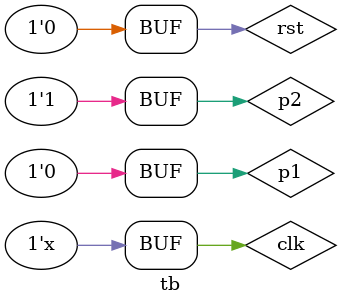
<source format=v>
module Light_System(rst,clk,p1,p2,led1,led2,led3);
input rst,clk,p1,p2;
output reg led1,led2,led3;
reg[1:0] state_reg;
reg[1:0] next_reg;
parameter s0=2'b00;
parameter s1=2'b01;
parameter s2=2'b10;
parameter s3=2'b11;
initial led1=0;
initial led2=0;
initial led3=0;
initial state_reg=s0;
//*****************************************************
always @(posedge clk,posedge rst)begin
if(rst)
state_reg<=s0;
else
state_reg<=next_reg;
end
//*****************************************************
always @(state_reg,p1,p2)begin // the logic of next state && output

case(state_reg)
/***************/
s0: begin
if( (p1 &&!p2 ) || (!p1 &&p2 ) ) begin
next_reg<=s1;
led1<=1;
led2<=0;
led3<=0;
end
end
/**************/
s1: begin
if(p1&&!p2)begin
next_reg<=s2;
led1<=0;
led2<=1;
led3<=0;
end
else if(!p1&&p2) begin
next_reg<=s3;
led1<=0;
led2<=0;
led3<=1;
end
end
/**************/
s2: begin
if((p1 &&!p2 ) || (!p1 &&p2 ))begin
next_reg<=s0;
led1<=0;
led2<=0;
led3<=0;
end
end
/**************/
s3: begin
if((p1 &&!p2 ) || (!p1 &&p2 ))begin
next_reg<=s0;
led1<=0;
led2<=0;
led3<=0;
end
end
/**************/
endcase

end
//*****************************************************
endmodule

module tb();
reg rst;
reg clk;
reg p1;
reg p2;
wire led1;
wire led2;
wire led3;
Light_System obj (rst,clk,p1,p2,led1,led2,led3);

always begin
#5 clk=~clk;
end
initial begin
rst=1;
clk=0;
p1=0;
p2=0;
// here is s0
#10
rst =0;
p1=1;
p2=0;
// here is s1
#10
p1=1;
p2=0;
// here is s2
#10
p1=0;
p2=1;
// here is s0 again
end
endmodule
</source>
